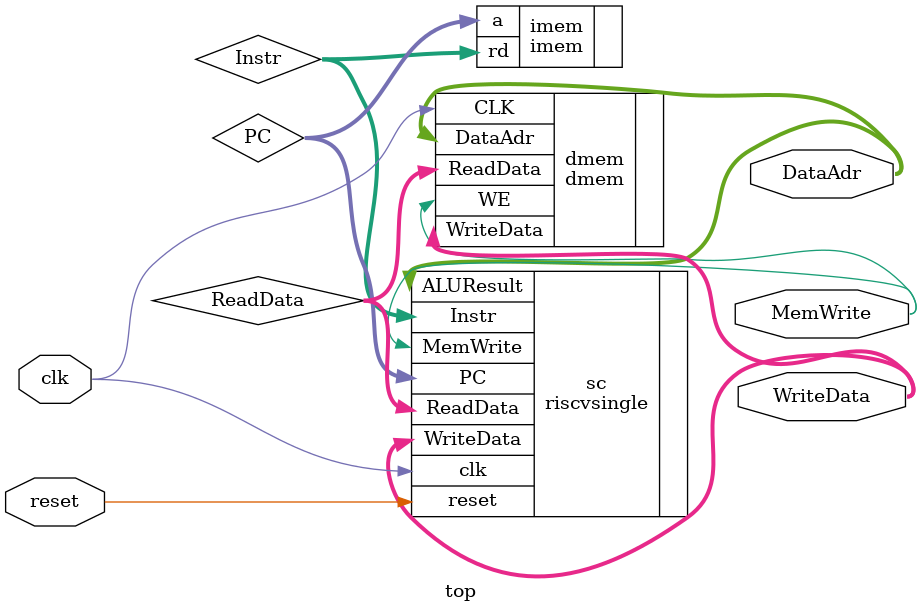
<source format=sv>
module top(
input logic clk,
input logic reset,
output logic [31:0] WriteData,
output logic [31:0] DataAdr,
output logic MemWrite
);

logic [31:0] PC, Instr, ReadData;

riscvsingle sc(
.clk(clk),
.reset(reset),
.PC(PC),
.Instr(Instr),
.MemWrite(MemWrite),
.ALUResult(DataAdr),
.WriteData(WriteData),
.ReadData(ReadData)
);

imem imem(
.a(PC),
.rd(Instr)
);

dmem dmem(
.CLK(clk),
.WE(MemWrite),
.DataAdr(DataAdr),
.WriteData(WriteData),
.ReadData(ReadData)
);

endmodule
</source>
